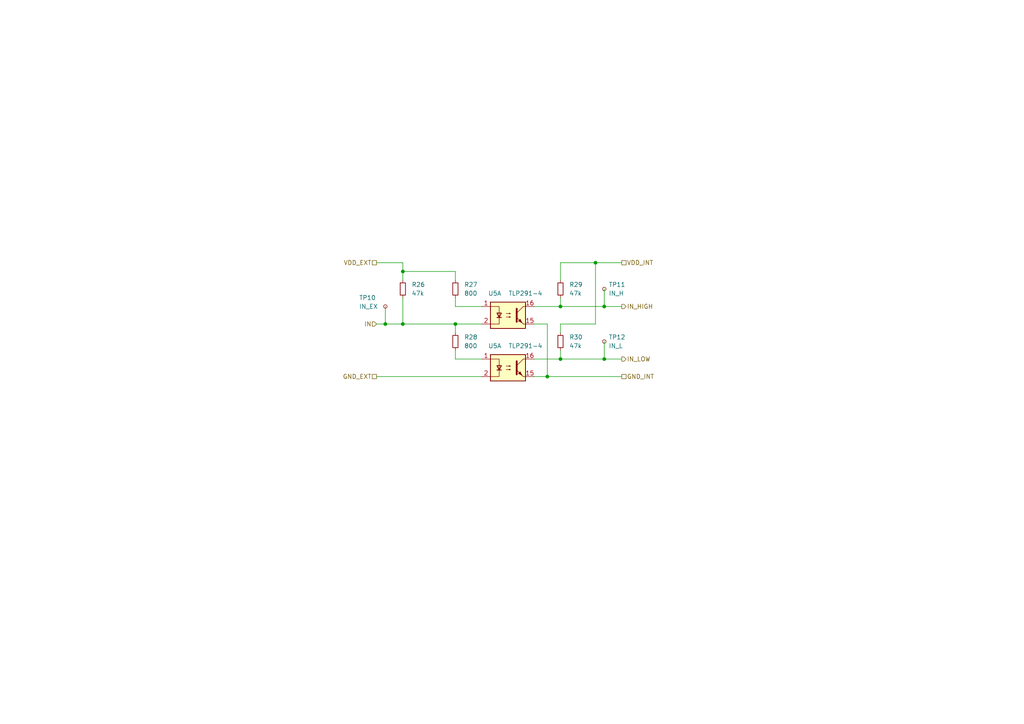
<source format=kicad_sch>
(kicad_sch (version 20211123) (generator eeschema)
  (paper "A4")
  (lib_symbols
    (symbol "Connector:TestPoint_Small" (pin_numbers hide) (pin_names (offset 0.762) hide)
      (property "Reference" "TP" (at 0 3.81 0))
      (property "Value" "TestPoint_Small" (at 0 2.032 0))
      (symbol "TestPoint_Small_0_1"
        (circle (center 0 0) (radius 0.508))
      )
      (symbol "TestPoint_Small_1_1"
        (pin passive line (at 0 0 90) (length 0) (name "1") (number "1"))
      )
    )
    (symbol "Device:R_Small" (pin_numbers hide) (pin_names (offset 0.254) hide)
      (property "Reference" "R" (at 0.762 0.508 0))
      (property "Value" "R_Small" (at 0.762 -1.016 0))
      (symbol "R_Small_0_1"
        (rectangle (start -0.762 1.778) (end 0.762 -1.778) (stroke (width 0.2032)))
      )
      (symbol "R_Small_1_1"
        (pin passive line (at 0 2.54 270) (length 0.762) (name "~") (number "1"))
        (pin passive line (at 0 -2.54 90) (length 0.762) (name "~") (number "2"))
      )
    )
    (symbol "Isolator:TLP291-4"
      (property "Reference" "U" (at -5.08 5.08 0))
      (property "Value" "TLP291-4" (at 0 5.08 0))
      (symbol "TLP291-4_0_1"
        (rectangle (start -5.08 3.81) (end 5.08 -3.81) (stroke (width 0.254)) (fill (type background)))
        (polyline (pts (xy -3.175 -0.635) (xy -1.905 -0.635)) (stroke (width 0.254)))
        (polyline (pts (xy 2.54 0.635) (xy 4.445 2.54)))
        (polyline (pts (xy 4.445 -2.54) (xy 2.54 -0.635)) (fill (type outline)))
        (polyline (pts (xy 4.445 -2.54) (xy 5.08 -2.54)))
        (polyline (pts (xy 4.445 2.54) (xy 5.08 2.54)))
        (polyline (pts (xy -5.08 2.54) (xy -2.54 2.54) (xy -2.54 0.635)))
        (polyline (pts (xy -2.54 0.635) (xy -2.54 -2.54) (xy -5.08 -2.54)))
        (polyline (pts (xy 2.54 1.905) (xy 2.54 -1.905) (xy 2.54 -1.905)) (stroke (width 0.508)))
        (polyline (pts (xy -2.54 -0.635) (xy -3.175 0.635) (xy -1.905 0.635) (xy -2.54 -0.635)) (stroke (width 0.254)))
        (polyline (pts (xy -0.508 -0.508) (xy 0.762 -0.508) (xy 0.381 -0.635) (xy 0.381 -0.381) (xy 0.762 -0.508)))
        (polyline (pts (xy -0.508 0.508) (xy 0.762 0.508) (xy 0.381 0.381) (xy 0.381 0.635) (xy 0.762 0.508)))
        (polyline (pts (xy 3.048 -1.651) (xy 3.556 -1.143) (xy 4.064 -2.159) (xy 3.048 -1.651) (xy 3.048 -1.651)) (fill (type outline)))
      )
      (symbol "TLP291-4_1_1"
        (pin passive line (at -7.62 2.54 0) (length 2.54) (name "~") (number "1"))
        (pin passive line (at 7.62 -2.54 180) (length 2.54) (name "~") (number "15"))
        (pin passive line (at 7.62 2.54 180) (length 2.54) (name "~") (number "16"))
        (pin passive line (at -7.62 -2.54 0) (length 2.54) (name "~") (number "2"))
      )
      (symbol "TLP291-4_2_1"
        (pin passive line (at 7.62 -2.54 180) (length 2.54) (name "~") (number "13"))
        (pin passive line (at 7.62 2.54 180) (length 2.54) (name "~") (number "14"))
        (pin passive line (at -7.62 2.54 0) (length 2.54) (name "~") (number "3"))
        (pin passive line (at -7.62 -2.54 0) (length 2.54) (name "~") (number "4"))
      )
      (symbol "TLP291-4_3_1"
        (pin passive line (at 7.62 -2.54 180) (length 2.54) (name "~") (number "11"))
        (pin passive line (at 7.62 2.54 180) (length 2.54) (name "~") (number "12"))
        (pin passive line (at -7.62 2.54 0) (length 2.54) (name "~") (number "5"))
        (pin passive line (at -7.62 -2.54 0) (length 2.54) (name "~") (number "6"))
      )
      (symbol "TLP291-4_4_1"
        (pin passive line (at 7.62 2.54 180) (length 2.54) (name "~") (number "10"))
        (pin passive line (at -7.62 2.54 0) (length 2.54) (name "~") (number "7"))
        (pin passive line (at -7.62 -2.54 0) (length 2.54) (name "~") (number "8"))
        (pin passive line (at 7.62 -2.54 180) (length 2.54) (name "~") (number "9"))
      )
    )
  )
  (junction (at 172.72 76.2))
  (junction (at 111.76 93.98))
  (junction (at 175.26 88.9))
  (junction (at 132.08 93.98))
  (junction (at 116.84 78.74))
  (junction (at 116.84 93.98))
  (junction (at 175.26 104.14))
  (junction (at 162.56 104.14))
  (junction (at 162.56 88.9))
  (junction (at 158.75 109.22))
  (wire (pts (xy 158.75 109.22) (xy 180.34 109.22)))
  (wire (pts (xy 132.08 101.6) (xy 132.08 104.14)))
  (wire (pts (xy 172.72 76.2) (xy 180.34 76.2)))
  (wire (pts (xy 172.72 93.98) (xy 172.72 76.2)))
  (wire (pts (xy 111.76 93.98) (xy 116.84 93.98)))
  (wire (pts (xy 111.76 88.9) (xy 111.76 93.98)))
  (wire (pts (xy 162.56 101.6) (xy 162.56 104.14)))
  (wire (pts (xy 132.08 93.98) (xy 132.08 96.52)))
  (wire (pts (xy 162.56 76.2) (xy 172.72 76.2)))
  (wire (pts (xy 154.94 109.22) (xy 158.75 109.22)))
  (wire (pts (xy 175.26 88.9) (xy 180.34 88.9)))
  (wire (pts (xy 109.22 76.2) (xy 116.84 76.2)))
  (wire (pts (xy 162.56 88.9) (xy 162.56 86.36)))
  (wire (pts (xy 175.26 83.82) (xy 175.26 88.9)))
  (wire (pts (xy 158.75 93.98) (xy 158.75 109.22)))
  (wire (pts (xy 132.08 78.74) (xy 132.08 81.28)))
  (wire (pts (xy 132.08 93.98) (xy 139.7 93.98)))
  (wire (pts (xy 132.08 86.36) (xy 132.08 88.9)))
  (wire (pts (xy 116.84 78.74) (xy 132.08 78.74)))
  (wire (pts (xy 162.56 96.52) (xy 162.56 93.98)))
  (wire (pts (xy 116.84 76.2) (xy 116.84 78.74)))
  (wire (pts (xy 162.56 88.9) (xy 175.26 88.9)))
  (wire (pts (xy 132.08 88.9) (xy 139.7 88.9)))
  (wire (pts (xy 132.08 104.14) (xy 139.7 104.14)))
  (wire (pts (xy 116.84 93.98) (xy 132.08 93.98)))
  (wire (pts (xy 162.56 104.14) (xy 175.26 104.14)))
  (wire (pts (xy 116.84 81.28) (xy 116.84 78.74)))
  (wire (pts (xy 154.94 88.9) (xy 162.56 88.9)))
  (wire (pts (xy 116.84 86.36) (xy 116.84 93.98)))
  (wire (pts (xy 162.56 81.28) (xy 162.56 76.2)))
  (wire (pts (xy 175.26 99.06) (xy 175.26 104.14)))
  (wire (pts (xy 154.94 104.14) (xy 162.56 104.14)))
  (wire (pts (xy 109.22 109.22) (xy 139.7 109.22)))
  (wire (pts (xy 162.56 93.98) (xy 172.72 93.98)))
  (wire (pts (xy 154.94 93.98) (xy 158.75 93.98)))
  (wire (pts (xy 175.26 104.14) (xy 180.34 104.14)))
  (wire (pts (xy 109.22 93.98) (xy 111.76 93.98)))
  (hierarchical_label "GND_EXT" (shape passive) (at 109.22 109.22 180))
  (hierarchical_label "IN_HIGH" (shape output) (at 180.34 88.9 0))
  (hierarchical_label "GND_INT" (shape passive) (at 180.34 109.22 0))
  (hierarchical_label "IN_LOW" (shape output) (at 180.34 104.14 0))
  (hierarchical_label "IN" (shape input) (at 109.22 93.98 180))
  (hierarchical_label "VDD_EXT" (shape passive) (at 109.22 76.2 180))
  (hierarchical_label "VDD_INT" (shape passive) (at 180.34 76.2 0))
  (symbol (lib_id "Device:R_Small") (at 132.08 83.82 0)
    (property "Reference" "R27" (at 134.62 82.5499 0) (effects (justify left)))
    (property "Value" "800" (at 134.62 85.0899 0) (effects (justify left)))
    (property "Footprint" "Resistor_SMD:R_0603_1608Metric" (effects hide))
  )
  (symbol (lib_id "Device:R_Small") (at 132.08 99.06 0)
    (property "Reference" "R28" (at 134.62 97.7899 0) (effects (justify left)))
    (property "Value" "800" (at 134.62 100.3299 0) (effects (justify left)))
    (property "Footprint" "Resistor_SMD:R_0603_1608Metric" (effects hide))
  )
  (symbol (lib_id "Connector:TestPoint_Small") (at 175.26 99.06 0)
    (property "Reference" "TP12" (at 176.53 97.7899 0) (effects (justify left)))
    (property "Value" "IN_L" (at 176.53 100.3299 0) (effects (justify left)))
    (property "Footprint" "TestPoint:TestPoint_Loop_D2.50mm_Drill1.0mm" (effects hide))
  )
  (symbol (lib_id "Connector:TestPoint_Small") (at 175.26 83.82 0)
    (property "Reference" "TP11" (at 176.53 82.5499 0) (effects (justify left)))
    (property "Value" "IN_H" (at 176.53 85.0899 0) (effects (justify left)))
    (property "Footprint" "TestPoint:TestPoint_Loop_D2.50mm_Drill1.0mm" (effects hide))
  )
  (symbol (lib_id "Device:R_Small") (at 162.56 83.82 0)
    (property "Reference" "R29" (at 165.1 82.5499 0) (effects (justify left)))
    (property "Value" "47k" (at 165.1 85.0899 0) (effects (justify left)))
    (property "Footprint" "Resistor_SMD:R_0402_1005Metric_Pad0.72x0.64mm_HandSolder" (effects hide))
  )
  (symbol (lib_id "Connector:TestPoint_Small") (at 111.76 88.9 270)
    (property "Reference" "TP10" (at 104.14 86.36 90) (effects (justify left)))
    (property "Value" "IN_EX" (at 104.14 88.9 90) (effects (justify left)))
    (property "Footprint" "TestPoint:TestPoint_Loop_D2.50mm_Drill1.0mm" (effects hide))
  )
  (symbol (lib_id "Device:R_Small") (at 116.84 83.82 0)
    (property "Reference" "R26" (at 119.38 82.5499 0) (effects (justify left)))
    (property "Value" "47k" (at 119.38 85.0899 0) (effects (justify left)))
    (property "Footprint" "Resistor_SMD:R_0402_1005Metric_Pad0.72x0.64mm_HandSolder" (effects hide))
  )
  (symbol (lib_id "Isolator:TLP291-4") (at 147.32 106.68 0)
    (property "Reference" "U5" (at 143.51 100.33 0))
    (property "Value" "TLP291-4" (at 152.4 100.33 0))
    (property "Footprint" "Package_SO:SOIC-16_4.55x10.3mm_P1.27mm" (effects hide))
    (property "Datasheet" "https://toshiba.semicon-storage.com/info/docget.jsp?did=12858&prodName=TLP291-4" (effects hide))
  )
  (symbol (lib_id "Device:R_Small") (at 162.56 99.06 0)
    (property "Reference" "R30" (at 165.1 97.7899 0) (effects (justify left)))
    (property "Value" "47k" (at 165.1 100.3299 0) (effects (justify left)))
    (property "Footprint" "Resistor_SMD:R_0402_1005Metric_Pad0.72x0.64mm_HandSolder" (effects hide))
  )
  (symbol (lib_id "Isolator:TLP291-4") (at 147.32 91.44 0)
    (property "Reference" "U5" (at 143.51 85.09 0))
    (property "Value" "TLP291-4" (at 152.4 85.09 0))
    (property "Footprint" "Package_SO:SOIC-16_4.55x10.3mm_P1.27mm" (effects hide))
    (property "Datasheet" "https://toshiba.semicon-storage.com/info/docget.jsp?did=12858&prodName=TLP291-4" (effects hide))
  )
)
</source>
